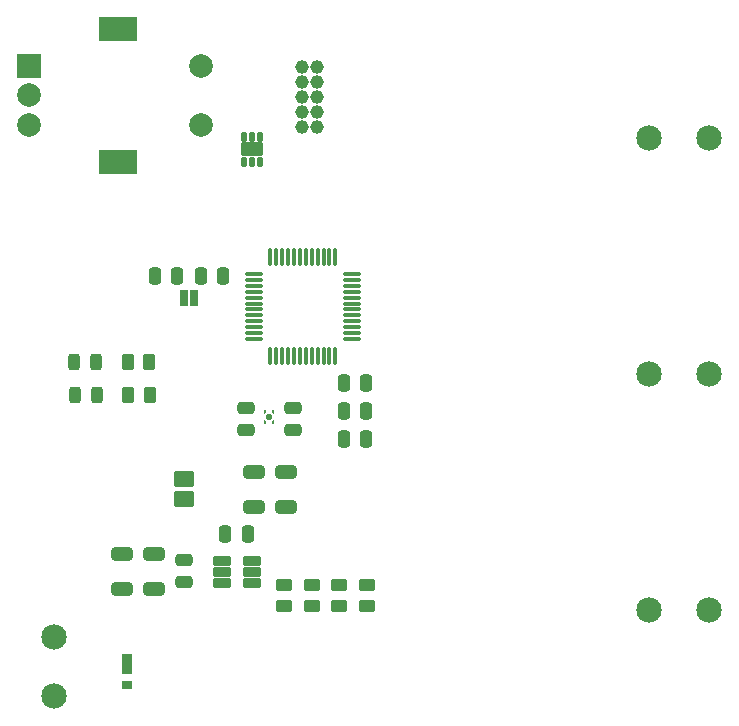
<source format=gts>
%TF.GenerationSoftware,KiCad,Pcbnew,9.0.4*%
%TF.CreationDate,2025-12-21T19:05:22-05:00*%
%TF.ProjectId,esc,6573632e-6b69-4636-9164-5f7063625858,rev?*%
%TF.SameCoordinates,Original*%
%TF.FileFunction,Soldermask,Top*%
%TF.FilePolarity,Negative*%
%FSLAX46Y46*%
G04 Gerber Fmt 4.6, Leading zero omitted, Abs format (unit mm)*
G04 Created by KiCad (PCBNEW 9.0.4) date 2025-12-21 19:05:22*
%MOMM*%
%LPD*%
G01*
G04 APERTURE LIST*
G04 Aperture macros list*
%AMRoundRect*
0 Rectangle with rounded corners*
0 $1 Rounding radius*
0 $2 $3 $4 $5 $6 $7 $8 $9 X,Y pos of 4 corners*
0 Add a 4 corners polygon primitive as box body*
4,1,4,$2,$3,$4,$5,$6,$7,$8,$9,$2,$3,0*
0 Add four circle primitives for the rounded corners*
1,1,$1+$1,$2,$3*
1,1,$1+$1,$4,$5*
1,1,$1+$1,$6,$7*
1,1,$1+$1,$8,$9*
0 Add four rect primitives between the rounded corners*
20,1,$1+$1,$2,$3,$4,$5,0*
20,1,$1+$1,$4,$5,$6,$7,0*
20,1,$1+$1,$6,$7,$8,$9,0*
20,1,$1+$1,$8,$9,$2,$3,0*%
%AMFreePoly0*
4,1,6,0.180000,0.075000,0.000000,-0.105000,-0.180000,-0.105000,-0.180000,0.105000,0.180000,0.105000,0.180000,0.075000,0.180000,0.075000,$1*%
%AMFreePoly1*
4,1,6,0.180000,-0.075000,0.180000,-0.105000,-0.180000,-0.105000,-0.180000,0.105000,0.000000,0.105000,0.180000,-0.075000,0.180000,-0.075000,$1*%
%AMFreePoly2*
4,1,6,0.180000,-0.105000,0.000000,-0.105000,-0.180000,0.075000,-0.180000,0.105000,0.180000,0.105000,0.180000,-0.105000,0.180000,-0.105000,$1*%
%AMFreePoly3*
4,1,6,0.180000,-0.105000,-0.180000,-0.105000,-0.180000,-0.075000,0.000000,0.105000,0.180000,0.105000,0.180000,-0.105000,0.180000,-0.105000,$1*%
G04 Aperture macros list end*
%ADD10RoundRect,0.102000X-0.260000X0.235000X-0.260000X-0.235000X0.260000X-0.235000X0.260000X0.235000X0*%
%ADD11FreePoly0,270.000000*%
%ADD12FreePoly1,270.000000*%
%ADD13FreePoly2,270.000000*%
%ADD14FreePoly3,270.000000*%
%ADD15RoundRect,0.120000X-0.169706X0.000000X0.000000X-0.169706X0.169706X0.000000X0.000000X0.169706X0*%
%ADD16RoundRect,0.250000X0.262500X0.450000X-0.262500X0.450000X-0.262500X-0.450000X0.262500X-0.450000X0*%
%ADD17RoundRect,0.243750X-0.243750X-0.456250X0.243750X-0.456250X0.243750X0.456250X-0.243750X0.456250X0*%
%ADD18RoundRect,0.099250X-0.627750X-0.297750X0.627750X-0.297750X0.627750X0.297750X-0.627750X0.297750X0*%
%ADD19RoundRect,0.250000X-0.250000X-0.475000X0.250000X-0.475000X0.250000X0.475000X-0.250000X0.475000X0*%
%ADD20R,2.000000X2.000000*%
%ADD21C,2.000000*%
%ADD22R,3.200000X2.000000*%
%ADD23RoundRect,0.250000X0.650000X-0.325000X0.650000X0.325000X-0.650000X0.325000X-0.650000X-0.325000X0*%
%ADD24RoundRect,0.250000X0.475000X-0.250000X0.475000X0.250000X-0.475000X0.250000X-0.475000X-0.250000X0*%
%ADD25RoundRect,0.250000X-0.450000X0.262500X-0.450000X-0.262500X0.450000X-0.262500X0.450000X0.262500X0*%
%ADD26RoundRect,0.102000X0.735000X-0.600000X0.735000X0.600000X-0.735000X0.600000X-0.735000X-0.600000X0*%
%ADD27C,2.154000*%
%ADD28R,0.838200X1.803400*%
%ADD29R,0.838200X0.711200*%
%ADD30RoundRect,0.102000X0.160000X-0.330000X0.160000X0.330000X-0.160000X0.330000X-0.160000X-0.330000X0*%
%ADD31RoundRect,0.102000X0.800000X-0.500000X0.800000X0.500000X-0.800000X0.500000X-0.800000X-0.500000X0*%
%ADD32RoundRect,0.250000X0.250000X0.475000X-0.250000X0.475000X-0.250000X-0.475000X0.250000X-0.475000X0*%
%ADD33RoundRect,0.250000X0.450000X-0.262500X0.450000X0.262500X-0.450000X0.262500X-0.450000X-0.262500X0*%
%ADD34RoundRect,0.250000X-0.650000X0.325000X-0.650000X-0.325000X0.650000X-0.325000X0.650000X0.325000X0*%
%ADD35C,1.168400*%
%ADD36RoundRect,0.075000X-0.662500X-0.075000X0.662500X-0.075000X0.662500X0.075000X-0.662500X0.075000X0*%
%ADD37RoundRect,0.075000X-0.075000X-0.662500X0.075000X-0.662500X0.075000X0.662500X-0.075000X0.662500X0*%
%ADD38RoundRect,0.250000X-0.475000X0.250000X-0.475000X-0.250000X0.475000X-0.250000X0.475000X0.250000X0*%
G04 APERTURE END LIST*
D10*
%TO.C,Y1*%
X127612500Y-88925000D03*
X126792500Y-88925000D03*
X126792500Y-88255000D03*
X127612500Y-88255000D03*
%TD*%
D11*
%TO.C,U1*%
X134325000Y-98190000D03*
D12*
X133675000Y-98190000D03*
D13*
X134325000Y-99050000D03*
D14*
X133675000Y-99050000D03*
D15*
X134000000Y-98620000D03*
%TD*%
D16*
%TO.C,R19*%
X122087500Y-96750000D03*
X123912500Y-96750000D03*
%TD*%
%TO.C,R20*%
X122037500Y-93950000D03*
X123862500Y-93950000D03*
%TD*%
D17*
%TO.C,D6*%
X117500000Y-94000000D03*
X119375000Y-94000000D03*
%TD*%
%TO.C,D5*%
X117562500Y-96750000D03*
X119437500Y-96750000D03*
%TD*%
D18*
%TO.C,U3*%
X129995000Y-110800000D03*
X129995000Y-111750000D03*
X129995000Y-112700000D03*
X132505000Y-112700000D03*
X132505000Y-111750000D03*
X132505000Y-110800000D03*
%TD*%
D19*
%TO.C,C3*%
X140300000Y-98125000D03*
X142200000Y-98125000D03*
%TD*%
%TO.C,C14*%
X128212500Y-86675000D03*
X130112500Y-86675000D03*
%TD*%
D20*
%TO.C,SW1*%
X113700000Y-68900000D03*
D21*
X113700000Y-73900000D03*
X113700000Y-71400000D03*
D22*
X121200000Y-65800000D03*
X121200000Y-77000000D03*
D21*
X128200000Y-73900000D03*
X128200000Y-68900000D03*
%TD*%
D23*
%TO.C,C8*%
X124250000Y-113150000D03*
X124250000Y-110200000D03*
%TD*%
D24*
%TO.C,C4*%
X132000000Y-99750000D03*
X132000000Y-97850000D03*
%TD*%
D25*
%TO.C,R4*%
X142250000Y-114662500D03*
X142250000Y-112837500D03*
%TD*%
D26*
%TO.C,L1*%
X126750000Y-105610000D03*
X126750000Y-103890000D03*
%TD*%
D27*
%TO.C,J4*%
X166170000Y-115000000D03*
X171250000Y-115000000D03*
%TD*%
D28*
%TO.C,D1*%
X122000000Y-119500000D03*
D29*
X122000000Y-121341500D03*
%TD*%
D30*
%TO.C,U4*%
X131900000Y-77000000D03*
X132550000Y-77000000D03*
X133200000Y-77000000D03*
X133200000Y-74950000D03*
X132550000Y-74950000D03*
X131900000Y-74950000D03*
D31*
X132550000Y-75975000D03*
%TD*%
D19*
%TO.C,C15*%
X124312500Y-86675000D03*
X126212500Y-86675000D03*
%TD*%
%TO.C,C1*%
X142200000Y-100500000D03*
X140300000Y-100500000D03*
%TD*%
D24*
%TO.C,C10*%
X126750000Y-110725000D03*
X126750000Y-112625000D03*
%TD*%
D27*
%TO.C,J2*%
X166170000Y-75000000D03*
X171250000Y-75000000D03*
%TD*%
D23*
%TO.C,C7*%
X121500000Y-113150000D03*
X121500000Y-110200000D03*
%TD*%
D32*
%TO.C,C11*%
X132200000Y-108500000D03*
X130300000Y-108500000D03*
%TD*%
D33*
%TO.C,R6*%
X135250000Y-112837500D03*
X135250000Y-114662500D03*
%TD*%
D19*
%TO.C,C5*%
X142200000Y-95750000D03*
X140300000Y-95750000D03*
%TD*%
D34*
%TO.C,C12*%
X132691500Y-106225000D03*
X132691500Y-103275000D03*
%TD*%
D35*
%TO.C,J5*%
X138050000Y-74060000D03*
X136780000Y-74060000D03*
X138050000Y-72790000D03*
X136780000Y-72790000D03*
X138050000Y-71520000D03*
X136780000Y-71520000D03*
X138050000Y-70250000D03*
X136780000Y-70250000D03*
X138050000Y-68980000D03*
X136780000Y-68980000D03*
%TD*%
D36*
%TO.C,U2*%
X132687500Y-86525000D03*
X132687500Y-87025000D03*
X132687500Y-87525000D03*
X132687500Y-88025000D03*
X132687500Y-88525000D03*
X132687500Y-89025000D03*
X132687500Y-89525000D03*
X132687500Y-90025000D03*
X132687500Y-90525000D03*
X132687500Y-91025000D03*
X132687500Y-91525000D03*
X132687500Y-92025000D03*
D37*
X134100000Y-93437500D03*
X134600000Y-93437500D03*
X135100000Y-93437500D03*
X135600000Y-93437500D03*
X136100000Y-93437500D03*
X136600000Y-93437500D03*
X137100000Y-93437500D03*
X137600000Y-93437500D03*
X138100000Y-93437500D03*
X138600000Y-93437500D03*
X139100000Y-93437500D03*
X139600000Y-93437500D03*
D36*
X141012500Y-92025000D03*
X141012500Y-91525000D03*
X141012500Y-91025000D03*
X141012500Y-90525000D03*
X141012500Y-90025000D03*
X141012500Y-89525000D03*
X141012500Y-89025000D03*
X141012500Y-88525000D03*
X141012500Y-88025000D03*
X141012500Y-87525000D03*
X141012500Y-87025000D03*
X141012500Y-86525000D03*
D37*
X139600000Y-85112500D03*
X139100000Y-85112500D03*
X138600000Y-85112500D03*
X138100000Y-85112500D03*
X137600000Y-85112500D03*
X137100000Y-85112500D03*
X136600000Y-85112500D03*
X136100000Y-85112500D03*
X135600000Y-85112500D03*
X135100000Y-85112500D03*
X134600000Y-85112500D03*
X134100000Y-85112500D03*
%TD*%
D27*
%TO.C,J1*%
X115750000Y-117250000D03*
X115750000Y-122250000D03*
%TD*%
D34*
%TO.C,C13*%
X135400000Y-103275000D03*
X135400000Y-106225000D03*
%TD*%
D33*
%TO.C,R5*%
X137583333Y-114662500D03*
X137583333Y-112837500D03*
%TD*%
D25*
%TO.C,R3*%
X139916667Y-112837500D03*
X139916667Y-114662500D03*
%TD*%
D38*
%TO.C,C9*%
X136000000Y-97850000D03*
X136000000Y-99750000D03*
%TD*%
D27*
%TO.C,J3*%
X166170000Y-95000000D03*
X171250000Y-95000000D03*
%TD*%
M02*

</source>
